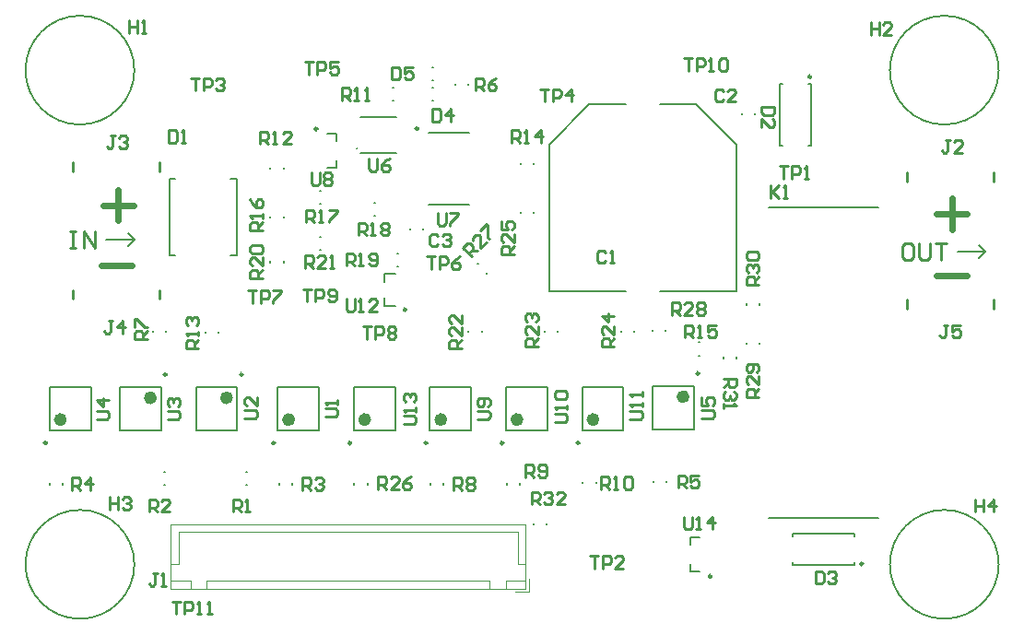
<source format=gbr>
%TF.GenerationSoftware,Altium Limited,Altium Designer,21.0.9 (235)*%
G04 Layer_Color=65535*
%FSLAX45Y45*%
%MOMM*%
%TF.SameCoordinates,71B597FC-B595-447E-897B-07A554CEBC7C*%
%TF.FilePolarity,Positive*%
%TF.FileFunction,Legend,Top*%
%TF.Part,Single*%
G01*
G75*
%TA.AperFunction,NonConductor*%
%ADD45C,0.25000*%
%ADD46C,0.20000*%
%ADD47C,0.60000*%
%ADD48C,0.25400*%
%ADD49C,0.12000*%
D45*
X7232500Y820000D02*
G03*
X7232500Y820000I-12500J0D01*
G01*
X8147500Y5410000D02*
G03*
X8147500Y5410000I-12500J0D01*
G01*
X8622500Y935000D02*
G03*
X8622500Y935000I-12500J0D01*
G01*
X4537501Y4932500D02*
G03*
X4537501Y4932500I-12500J0D01*
G01*
X3612501Y4930000D02*
G03*
X3612501Y4930000I-12500J0D01*
G01*
X3222500Y2045000D02*
G03*
X3222500Y2045000I-12500J0D01*
G01*
X2925500Y2675000D02*
G03*
X2925500Y2675000I-12500J0D01*
G01*
X2226500D02*
G03*
X2226500Y2675000I-12500J0D01*
G01*
X1125500Y2045000D02*
G03*
X1125500Y2045000I-12500J0D01*
G01*
X7119499Y2685000D02*
G03*
X7119499Y2685000I-12500J0D01*
G01*
X4620500Y2045000D02*
G03*
X4620500Y2045000I-12500J0D01*
G01*
X5319499D02*
G03*
X5319499Y2045000I-12500J0D01*
G01*
X6018499D02*
G03*
X6018499Y2045000I-12500J0D01*
G01*
X4427500Y3270000D02*
G03*
X4427500Y3270000I-12500J0D01*
G01*
X3921500Y2045000D02*
G03*
X3921500Y2045000I-12500J0D01*
G01*
D46*
X1930000Y5470000D02*
G03*
X1930000Y5470000I-500000J0D01*
G01*
X9870000D02*
G03*
X9870000Y5470000I-500000J0D01*
G01*
X1930000Y930000D02*
G03*
X1930000Y930000I-500000J0D01*
G01*
X9870000D02*
G03*
X9870000Y930000I-500000J0D01*
G01*
X3974050Y4752575D02*
G03*
X3974050Y4752575I-2700J0D01*
G01*
X1930000Y930000D02*
G03*
X1930000Y930000I-500000J0D01*
G01*
X9870000D02*
G03*
X9870000Y930000I-500000J0D01*
G01*
Y5470000D02*
G03*
X9870000Y5470000I-500000J0D01*
G01*
X1930000D02*
G03*
X1930000Y5470000I-500000J0D01*
G01*
X5720000Y1295000D02*
Y1305000D01*
X5600000Y1295000D02*
Y1305000D01*
X7035000Y1110000D02*
Y1175000D01*
Y865000D02*
Y930000D01*
Y865000D02*
X7120000D01*
X7035000Y1175000D02*
X7120000D01*
X5740000Y3435000D02*
Y4787500D01*
Y3435000D02*
X6445000D01*
X6755000D02*
X7460000D01*
Y4787500D01*
X6107500Y5155000D02*
X6445000D01*
X5740000Y4787500D02*
X6107500Y5155000D01*
X7092500D02*
X7460000Y4787500D01*
X6755000Y5155000D02*
X7092500D01*
X7630000Y5065000D02*
Y5075000D01*
X7510000Y5065000D02*
Y5075000D01*
X4460000Y4005000D02*
Y4015000D01*
X4580000Y4005000D02*
Y4015000D01*
X2250000Y3770000D02*
Y4470000D01*
Y3770000D02*
X2305000D01*
X2250000Y4470000D02*
X2305000D01*
X2815000Y3770000D02*
X2870000D01*
Y4470000D01*
X2815000D02*
X2870000D01*
X8145000Y4775000D02*
Y5345000D01*
X8120000D02*
X8145000D01*
X8120000Y4775000D02*
X8145000D01*
X7855000Y5345000D02*
X7880000D01*
X7855000Y4775000D02*
Y5345000D01*
Y4775000D02*
X7880000D01*
X7975000Y925000D02*
Y950000D01*
Y925000D02*
X8545000D01*
X7975000Y1190000D02*
Y1215000D01*
X8545000D01*
Y925000D02*
Y950000D01*
Y1190000D02*
Y1215000D01*
X7761000Y1360000D02*
X8761000D01*
X7761000Y4210000D02*
X8761000D01*
X3180000Y4565000D02*
Y4575000D01*
X3300000Y4565000D02*
Y4575000D01*
X5480000Y4605000D02*
Y4615000D01*
X5600000Y4605000D02*
Y4615000D01*
X3180000Y4115000D02*
Y4125000D01*
X3300000Y4115000D02*
Y4125000D01*
X3635000Y4240000D02*
X3645000D01*
X3635000Y4360000D02*
X3645000D01*
X4135000Y4130000D02*
X4145000D01*
X4135000Y4250000D02*
X4145000D01*
X4345000Y3790000D02*
X4355000D01*
X4345000Y3670000D02*
X4355000D01*
X3180000Y3705000D02*
Y3715000D01*
X3300000Y3705000D02*
Y3715000D01*
X3635000Y3820000D02*
X3645000D01*
X3635000Y3940000D02*
X3645000D01*
X5480000Y4155000D02*
Y4165000D01*
X5600000Y4155000D02*
Y4165000D01*
X4005100Y4705074D02*
X4335100D01*
X4005100Y5035074D02*
X4335100D01*
X4635001Y4232501D02*
X5005001D01*
X4635001Y4892501D02*
X5005001D01*
X3700001Y4575000D02*
X3785001D01*
Y4640000D01*
X3700001Y4885000D02*
X3785001D01*
Y4820000D02*
Y4885000D01*
X6810000Y3075000D02*
Y3085000D01*
X6690000Y3075000D02*
Y3085000D01*
X9490000Y3800000D02*
X9750000D01*
X9690000Y3860000D02*
X9750000Y3800000D01*
X9690000Y3740000D02*
X9750000Y3800000D01*
X1870000Y3850000D02*
X1930000Y3910000D01*
X1870000Y3970000D02*
X1930000Y3910000D01*
X1670000D02*
X1930000D01*
X7550000Y3315000D02*
Y3325000D01*
X7670000Y3315000D02*
Y3325000D01*
X7550000Y2955000D02*
Y2965000D01*
X7670000Y2955000D02*
Y2965000D01*
X7340000Y2825000D02*
Y2835000D01*
X7460000Y2825000D02*
Y2835000D01*
X5168891Y3604038D02*
X5175962Y3611109D01*
X5084038Y3688891D02*
X5091109Y3695962D01*
X4665000Y5310000D02*
X4675000D01*
X4665000Y5190000D02*
X4675000D01*
X4665000Y5500000D02*
X4675000D01*
X4665000Y5380000D02*
X4675000D01*
X2955000Y1780000D02*
X2965000D01*
X2955000Y1660000D02*
X2965000D01*
X2205000Y1780000D02*
X2215000D01*
X2205000Y1660000D02*
X2215000D01*
X3260000Y1665000D02*
Y1675000D01*
X3380000Y1665000D02*
Y1675000D01*
X1150000Y1665000D02*
Y1675000D01*
X1270001Y1665000D02*
Y1675000D01*
X6700000Y1685000D02*
Y1695000D01*
X6820000Y1685000D02*
Y1695000D01*
X5000000Y5335000D02*
Y5345000D01*
X4880000Y5335000D02*
Y5345000D01*
X2100000Y3065000D02*
Y3075000D01*
X2220000Y3065000D02*
Y3075000D01*
X4650000Y1665000D02*
Y1675000D01*
X4770000Y1665000D02*
Y1675000D01*
X5350000Y1665000D02*
Y1675000D01*
X5470000Y1665000D02*
Y1675000D01*
X6050000D02*
Y1685000D01*
X6170000Y1675000D02*
Y1685000D01*
X4305000Y5310000D02*
X4315000D01*
X4305000Y5190000D02*
X4315000D01*
X2580000Y3055000D02*
Y3065000D01*
X2700000Y3055000D02*
Y3065000D01*
X7115000Y2970000D02*
X7125000D01*
X7115000Y2850000D02*
X7125000D01*
X5000000Y3065000D02*
Y3075000D01*
X5120000Y3065000D02*
Y3075000D01*
X5700001Y3065000D02*
Y3075000D01*
X5820001Y3065000D02*
Y3075000D01*
X6400000Y3065000D02*
Y3075000D01*
X6520000Y3065000D02*
Y3075000D01*
X3950000Y1665000D02*
Y1675000D01*
X4070000Y1665000D02*
Y1675000D01*
X3627000Y2160000D02*
Y2560000D01*
X3247000Y2160000D02*
Y2560000D01*
X3627000D01*
X3247000Y2160000D02*
X3627000D01*
X2496000Y2160000D02*
Y2560000D01*
X2875999Y2160000D02*
Y2560000D01*
X2496000Y2160000D02*
X2875999D01*
X2496000Y2560000D02*
X2875999D01*
X2176999Y2160000D02*
Y2560000D01*
X1797000D02*
X2176999D01*
X1797000Y2160000D02*
X2176999D01*
X1797000D02*
Y2560000D01*
X1530000Y2160000D02*
Y2560000D01*
X1150000D02*
X1530000D01*
X1150000Y2160000D02*
X1530000D01*
X1150000D02*
Y2560000D01*
X6689999Y2170000D02*
Y2570000D01*
X7069999Y2170000D02*
Y2570000D01*
X6689999Y2170000D02*
X7069999D01*
X6689999Y2570000D02*
X7069999D01*
X5024999Y2160000D02*
Y2560000D01*
X4645000Y2160000D02*
Y2560000D01*
X5024999D01*
X4645000Y2160000D02*
X5024999D01*
X5723999D02*
Y2560000D01*
X5343999D02*
X5723999D01*
X5343999Y2160000D02*
X5723999D01*
X5343999D02*
Y2560000D01*
X6422999Y2160000D02*
Y2560000D01*
X6042999Y2160000D02*
Y2560000D01*
X6422999D01*
X6042999Y2160000D02*
X6422999D01*
X4230000Y3600000D02*
X4330000D01*
X4230000Y3520000D02*
Y3600000D01*
Y3300000D02*
X4330000D01*
X4230000D02*
Y3380000D01*
X4325999Y2160000D02*
Y2560000D01*
X3946000D02*
X4325999D01*
X3946000Y2160000D02*
X4325999D01*
X3946000D02*
Y2560000D01*
D47*
X3377000Y2260000D02*
G03*
X3377000Y2260000I-30000J0D01*
G01*
X2805999Y2460000D02*
G03*
X2805999Y2460000I-30000J0D01*
G01*
X2107000D02*
G03*
X2107000Y2460000I-30000J0D01*
G01*
X1280000Y2260000D02*
G03*
X1280000Y2260000I-30000J0D01*
G01*
X6999999Y2470000D02*
G03*
X6999999Y2470000I-30000J0D01*
G01*
X4774999Y2260000D02*
G03*
X4774999Y2260000I-30000J0D01*
G01*
X5473999D02*
G03*
X5473999Y2260000I-30000J0D01*
G01*
X6172999D02*
G03*
X6172999Y2260000I-30000J0D01*
G01*
X4075999D02*
G03*
X4075999Y2260000I-30000J0D01*
G01*
X9440000Y4010000D02*
Y4290000D01*
X9300000Y4150000D02*
X9580000D01*
X1640000Y4230000D02*
X1920000D01*
X1780000Y4090000D02*
Y4370000D01*
X1630000Y3680000D02*
X1910000D01*
X9300000Y3580000D02*
X9580000D01*
D48*
X9822000Y4448484D02*
Y4531484D01*
X9030000Y4448484D02*
Y4531484D01*
X1368001Y4538500D02*
Y4621500D01*
X2160001Y4538500D02*
Y4621500D01*
X1368001Y3368500D02*
Y3451500D01*
X2160001Y3368500D02*
Y3451500D01*
X9822000Y3278484D02*
Y3361484D01*
X9030000Y3278484D02*
Y3361484D01*
X6117649Y1007132D02*
X6193825D01*
X6155737D01*
Y892868D01*
X6231912D02*
Y1007132D01*
X6289044D01*
X6308088Y988088D01*
Y950000D01*
X6289044Y930956D01*
X6231912D01*
X6422351Y892868D02*
X6346176D01*
X6422351Y969044D01*
Y988088D01*
X6403307Y1007132D01*
X6365219D01*
X6346176Y988088D01*
X5577649Y1482869D02*
Y1597132D01*
X5634781D01*
X5653825Y1578088D01*
Y1540000D01*
X5634781Y1520956D01*
X5577649D01*
X5615737D02*
X5653825Y1482869D01*
X5691912Y1578088D02*
X5710956Y1597132D01*
X5749044D01*
X5768088Y1578088D01*
Y1559044D01*
X5749044Y1540000D01*
X5730000D01*
X5749044D01*
X5768088Y1520956D01*
Y1501912D01*
X5749044Y1482869D01*
X5710956D01*
X5691912Y1501912D01*
X5882351Y1482869D02*
X5806176D01*
X5882351Y1559044D01*
Y1578088D01*
X5863307Y1597132D01*
X5825219D01*
X5806176Y1578088D01*
X9061575Y3877751D02*
X9010792D01*
X8985400Y3852359D01*
Y3750792D01*
X9010792Y3725400D01*
X9061575D01*
X9086967Y3750792D01*
Y3852359D01*
X9061575Y3877751D01*
X9137751D02*
Y3750792D01*
X9163143Y3725400D01*
X9213926D01*
X9239318Y3750792D01*
Y3877751D01*
X9290102D02*
X9391669D01*
X9340885D01*
Y3725400D01*
X1335400Y3987751D02*
X1386183D01*
X1360792D01*
Y3835400D01*
X1335400D01*
X1386183D01*
X1462359D02*
Y3987751D01*
X1563926Y3835400D01*
Y3987751D01*
X6977171Y1367132D02*
Y1271913D01*
X6996215Y1252869D01*
X7034303D01*
X7053347Y1271913D01*
Y1367132D01*
X7091434Y1252869D02*
X7129522D01*
X7110478D01*
Y1367132D01*
X7091434Y1348088D01*
X7243785Y1252869D02*
Y1367132D01*
X7186654Y1310000D01*
X7262829D01*
X7342868Y2633307D02*
X7457131D01*
Y2576175D01*
X7438087Y2557131D01*
X7400000D01*
X7380956Y2576175D01*
Y2633307D01*
Y2595219D02*
X7342868Y2557131D01*
X7438087Y2519043D02*
X7457131Y2500000D01*
Y2461912D01*
X7438087Y2442868D01*
X7419044D01*
X7400000Y2461912D01*
Y2480956D01*
Y2461912D01*
X7380956Y2442868D01*
X7361912D01*
X7342868Y2461912D01*
Y2500000D01*
X7361912Y2519043D01*
X7342868Y2404780D02*
Y2366692D01*
Y2385736D01*
X7457131D01*
X7438087Y2404780D01*
X7667131Y3497649D02*
X7552868D01*
Y3554781D01*
X7571912Y3573825D01*
X7610000D01*
X7629044Y3554781D01*
Y3497649D01*
Y3535737D02*
X7667131Y3573825D01*
X7571912Y3611913D02*
X7552868Y3630956D01*
Y3669044D01*
X7571912Y3688088D01*
X7590956D01*
X7610000Y3669044D01*
Y3650000D01*
Y3669044D01*
X7629044Y3688088D01*
X7648088D01*
X7667131Y3669044D01*
Y3630956D01*
X7648088Y3611913D01*
X7571912Y3726176D02*
X7552868Y3745220D01*
Y3783307D01*
X7571912Y3802351D01*
X7648088D01*
X7667131Y3783307D01*
Y3745220D01*
X7648088Y3726176D01*
X7571912D01*
X7667131Y2467649D02*
X7552868D01*
Y2524781D01*
X7571912Y2543825D01*
X7610000D01*
X7629044Y2524781D01*
Y2467649D01*
Y2505737D02*
X7667131Y2543825D01*
Y2658088D02*
Y2581913D01*
X7590956Y2658088D01*
X7571912D01*
X7552868Y2639044D01*
Y2600956D01*
X7571912Y2581913D01*
X7648088Y2696176D02*
X7667131Y2715220D01*
Y2753307D01*
X7648088Y2772351D01*
X7571912D01*
X7552868Y2753307D01*
Y2715220D01*
X7571912Y2696176D01*
X7590956D01*
X7610000Y2715220D01*
Y2772351D01*
X6867649Y3222869D02*
Y3337132D01*
X6924781D01*
X6943825Y3318088D01*
Y3280000D01*
X6924781Y3260956D01*
X6867649D01*
X6905737D02*
X6943825Y3222869D01*
X7058088D02*
X6981912D01*
X7058088Y3299044D01*
Y3318088D01*
X7039044Y3337132D01*
X7000956D01*
X6981912Y3318088D01*
X7096176D02*
X7115219Y3337132D01*
X7153307D01*
X7172351Y3318088D01*
Y3299044D01*
X7153307Y3280000D01*
X7172351Y3260956D01*
Y3241912D01*
X7153307Y3222869D01*
X7115219D01*
X7096176Y3241912D01*
Y3260956D01*
X7115219Y3280000D01*
X7096176Y3299044D01*
Y3318088D01*
X7115219Y3280000D02*
X7153307D01*
X5027670Y3756874D02*
X4946874Y3837670D01*
X4987272Y3878068D01*
X5014204D01*
X5041136Y3851136D01*
X5041136Y3824204D01*
X5000738Y3783806D01*
X5027670Y3810738D02*
X5081534Y3810738D01*
X5162330Y3891534D02*
X5108466Y3837670D01*
Y3945398D01*
X5095000Y3958864D01*
X5068068D01*
X5041136Y3931932D01*
Y3905000D01*
X5108466Y3999263D02*
X5162330Y4053127D01*
X5175796Y4039660D01*
Y3931932D01*
X5189262Y3918466D01*
X2279083Y587132D02*
X2355259D01*
X2317171D01*
Y472868D01*
X2393346D02*
Y587132D01*
X2450478D01*
X2469522Y568088D01*
Y530000D01*
X2450478Y510956D01*
X2393346D01*
X2507610Y472868D02*
X2545697D01*
X2526654D01*
Y587132D01*
X2507610Y568088D01*
X2602829Y472868D02*
X2640917D01*
X2621873D01*
Y587132D01*
X2602829Y568088D01*
X6260000Y3793088D02*
X6240956Y3812132D01*
X6202868D01*
X6183824Y3793088D01*
Y3716912D01*
X6202868Y3697868D01*
X6240956D01*
X6260000Y3716912D01*
X6298087Y3697868D02*
X6336175D01*
X6317131D01*
Y3812132D01*
X6298087Y3793088D01*
X7340956Y5278088D02*
X7321912Y5297132D01*
X7283825D01*
X7264781Y5278088D01*
Y5201912D01*
X7283825Y5182868D01*
X7321912D01*
X7340956Y5201912D01*
X7455219Y5182868D02*
X7379044D01*
X7455219Y5259044D01*
Y5278088D01*
X7436175Y5297132D01*
X7398088D01*
X7379044Y5278088D01*
X4720957Y3948088D02*
X4701913Y3967132D01*
X4663825D01*
X4644781Y3948088D01*
Y3871912D01*
X4663825Y3852869D01*
X4701913D01*
X4720957Y3871912D01*
X4759044Y3948088D02*
X4778088Y3967132D01*
X4816176D01*
X4835220Y3948088D01*
Y3929044D01*
X4816176Y3910000D01*
X4797132D01*
X4816176D01*
X4835220Y3890956D01*
Y3871912D01*
X4816176Y3852869D01*
X4778088D01*
X4759044Y3871912D01*
X2247960Y4920303D02*
Y4806040D01*
X2305092D01*
X2324136Y4825084D01*
Y4901259D01*
X2305092Y4920303D01*
X2247960D01*
X2362224Y4806040D02*
X2400311D01*
X2381268D01*
Y4920303D01*
X2362224Y4901259D01*
X7807131Y5135219D02*
X7692868D01*
Y5078088D01*
X7711912Y5059044D01*
X7788088D01*
X7807131Y5078088D01*
Y5135219D01*
X7692868Y4944781D02*
Y5020956D01*
X7769044Y4944781D01*
X7788088D01*
X7807131Y4963824D01*
Y5001912D01*
X7788088Y5020956D01*
X8184781Y867132D02*
Y752868D01*
X8241912D01*
X8260956Y771912D01*
Y848088D01*
X8241912Y867132D01*
X8184781D01*
X8299044Y848088D02*
X8318088Y867132D01*
X8356175D01*
X8375219Y848088D01*
Y829044D01*
X8356175Y810000D01*
X8337132D01*
X8356175D01*
X8375219Y790956D01*
Y771912D01*
X8356175Y752868D01*
X8318088D01*
X8299044Y771912D01*
X4667281Y5114632D02*
Y5000369D01*
X4724412D01*
X4743456Y5019413D01*
Y5095588D01*
X4724412Y5114632D01*
X4667281D01*
X4838675Y5000369D02*
Y5114632D01*
X4781544Y5057500D01*
X4857719D01*
X4294781Y5497132D02*
Y5382869D01*
X4351912D01*
X4370956Y5401912D01*
Y5478088D01*
X4351912Y5497132D01*
X4294781D01*
X4485219D02*
X4409044D01*
Y5440000D01*
X4447132Y5459044D01*
X4466175D01*
X4485219Y5440000D01*
Y5401912D01*
X4466175Y5382869D01*
X4428088D01*
X4409044Y5401912D01*
X1883825Y5927132D02*
Y5812868D01*
Y5870000D01*
X1960000D01*
Y5927132D01*
Y5812868D01*
X1998088D02*
X2036176D01*
X2017132D01*
Y5927132D01*
X1998088Y5908088D01*
X8694781Y5907132D02*
Y5792869D01*
Y5850000D01*
X8770956D01*
Y5907132D01*
Y5792869D01*
X8885219D02*
X8809044D01*
X8885219Y5869044D01*
Y5888088D01*
X8866175Y5907132D01*
X8828088D01*
X8809044Y5888088D01*
X1704781Y1547132D02*
Y1432869D01*
Y1490000D01*
X1780956D01*
Y1547132D01*
Y1432869D01*
X1819044Y1528088D02*
X1838088Y1547132D01*
X1876175D01*
X1895219Y1528088D01*
Y1509044D01*
X1876175Y1490000D01*
X1857132D01*
X1876175D01*
X1895219Y1470956D01*
Y1451913D01*
X1876175Y1432869D01*
X1838088D01*
X1819044Y1451913D01*
X9654781Y1527132D02*
Y1412869D01*
Y1470000D01*
X9730956D01*
Y1527132D01*
Y1412869D01*
X9826175D02*
Y1527132D01*
X9769044Y1470000D01*
X9845219D01*
X2140000Y847132D02*
X2101912D01*
X2120956D01*
Y751912D01*
X2101912Y732868D01*
X2082869D01*
X2063825Y751912D01*
X2178088Y732868D02*
X2216176D01*
X2197132D01*
Y847132D01*
X2178088Y828088D01*
X9420956Y4827132D02*
X9382868D01*
X9401912D01*
Y4731913D01*
X9382868Y4712869D01*
X9363825D01*
X9344781Y4731913D01*
X9535219Y4712869D02*
X9459044D01*
X9535219Y4789044D01*
Y4808088D01*
X9516175Y4827132D01*
X9478088D01*
X9459044Y4808088D01*
X1750956Y4867132D02*
X1712869D01*
X1731912D01*
Y4771912D01*
X1712869Y4752869D01*
X1693825D01*
X1674781Y4771912D01*
X1789044Y4848088D02*
X1808088Y4867132D01*
X1846175D01*
X1865219Y4848088D01*
Y4829044D01*
X1846175Y4810000D01*
X1827132D01*
X1846175D01*
X1865219Y4790956D01*
Y4771912D01*
X1846175Y4752869D01*
X1808088D01*
X1789044Y4771912D01*
X1730956Y3167132D02*
X1692869D01*
X1711912D01*
Y3071913D01*
X1692869Y3052869D01*
X1673825D01*
X1654781Y3071913D01*
X1826175Y3052869D02*
Y3167132D01*
X1769044Y3110000D01*
X1845219D01*
X9402956Y3127115D02*
X9364868D01*
X9383912D01*
Y3031896D01*
X9364868Y3012852D01*
X9345825D01*
X9326781Y3031896D01*
X9517219Y3127115D02*
X9441044D01*
Y3069984D01*
X9479132Y3089028D01*
X9498175D01*
X9517219Y3069984D01*
Y3031896D01*
X9498175Y3012852D01*
X9460088D01*
X9441044Y3031896D01*
X7776100Y4410623D02*
Y4296360D01*
Y4334448D01*
X7852276Y4410623D01*
X7795144Y4353492D01*
X7852276Y4296360D01*
X7890363D02*
X7928451D01*
X7909407D01*
Y4410623D01*
X7890363Y4391579D01*
X2833825Y1412869D02*
Y1527132D01*
X2890957D01*
X2910001Y1508088D01*
Y1470000D01*
X2890957Y1450956D01*
X2833825D01*
X2871913D02*
X2910001Y1412869D01*
X2948088D02*
X2986176D01*
X2967132D01*
Y1527132D01*
X2948088Y1508088D01*
X2064781Y1412868D02*
Y1527132D01*
X2121912D01*
X2140956Y1508088D01*
Y1470000D01*
X2121912Y1450956D01*
X2064781D01*
X2102869D02*
X2140956Y1412868D01*
X2255220D02*
X2179044D01*
X2255220Y1489044D01*
Y1508088D01*
X2236176Y1527132D01*
X2198088D01*
X2179044Y1508088D01*
X3474781Y1612869D02*
Y1727132D01*
X3531912D01*
X3550956Y1708088D01*
Y1670000D01*
X3531912Y1650957D01*
X3474781D01*
X3512869D02*
X3550956Y1612869D01*
X3589044Y1708088D02*
X3608088Y1727132D01*
X3646175D01*
X3665219Y1708088D01*
Y1689044D01*
X3646175Y1670000D01*
X3627132D01*
X3646175D01*
X3665219Y1650957D01*
Y1631913D01*
X3646175Y1612869D01*
X3608088D01*
X3589044Y1631913D01*
X1356622Y1612869D02*
Y1727132D01*
X1413753D01*
X1432797Y1708088D01*
Y1670000D01*
X1413753Y1650956D01*
X1356622D01*
X1394709D02*
X1432797Y1612869D01*
X1528016D02*
Y1727132D01*
X1470885Y1670000D01*
X1547060D01*
X6924781Y1632868D02*
Y1747132D01*
X6981912D01*
X7000956Y1728088D01*
Y1690000D01*
X6981912Y1670956D01*
X6924781D01*
X6962868D02*
X7000956Y1632868D01*
X7115219Y1747132D02*
X7039044D01*
Y1690000D01*
X7077132Y1709044D01*
X7096175D01*
X7115219Y1690000D01*
Y1651912D01*
X7096175Y1632868D01*
X7058088D01*
X7039044Y1651912D01*
X5064781Y5282869D02*
Y5397132D01*
X5121912D01*
X5140956Y5378088D01*
Y5340000D01*
X5121912Y5320956D01*
X5064781D01*
X5102869D02*
X5140956Y5282869D01*
X5255219Y5397132D02*
X5217132Y5378088D01*
X5179044Y5340000D01*
Y5301912D01*
X5198088Y5282869D01*
X5236175D01*
X5255219Y5301912D01*
Y5320956D01*
X5236175Y5340000D01*
X5179044D01*
X2047132Y2994781D02*
X1932868D01*
Y3051912D01*
X1951912Y3070956D01*
X1990000D01*
X2009044Y3051912D01*
Y2994781D01*
Y3032868D02*
X2047132Y3070956D01*
X1932868Y3109044D02*
Y3185219D01*
X1951912D01*
X2028088Y3109044D01*
X2047132D01*
X4864781Y1612869D02*
Y1727132D01*
X4921912D01*
X4940956Y1708088D01*
Y1670000D01*
X4921912Y1650956D01*
X4864781D01*
X4902869D02*
X4940956Y1612869D01*
X4979044Y1708088D02*
X4998088Y1727132D01*
X5036175D01*
X5055219Y1708088D01*
Y1689044D01*
X5036175Y1670000D01*
X5055219Y1650956D01*
Y1631912D01*
X5036175Y1612869D01*
X4998088D01*
X4979044Y1631912D01*
Y1650956D01*
X4998088Y1670000D01*
X4979044Y1689044D01*
Y1708088D01*
X4998088Y1670000D02*
X5036175D01*
X5524781Y1732869D02*
Y1847132D01*
X5581912D01*
X5600956Y1828088D01*
Y1790000D01*
X5581912Y1770956D01*
X5524781D01*
X5562868D02*
X5600956Y1732869D01*
X5639044Y1751912D02*
X5658088Y1732869D01*
X5696175D01*
X5715219Y1751912D01*
Y1828088D01*
X5696175Y1847132D01*
X5658088D01*
X5639044Y1828088D01*
Y1809044D01*
X5658088Y1790000D01*
X5715219D01*
X6217171Y1622869D02*
Y1737132D01*
X6274303D01*
X6293347Y1718088D01*
Y1680000D01*
X6274303Y1660957D01*
X6217171D01*
X6255259D02*
X6293347Y1622869D01*
X6331434D02*
X6369522D01*
X6350478D01*
Y1737132D01*
X6331434Y1718088D01*
X6426654D02*
X6445698Y1737132D01*
X6483785D01*
X6502829Y1718088D01*
Y1641913D01*
X6483785Y1622869D01*
X6445698D01*
X6426654Y1641913D01*
Y1718088D01*
X3836215Y5192868D02*
Y5307132D01*
X3893347D01*
X3912390Y5288088D01*
Y5250000D01*
X3893347Y5230956D01*
X3836215D01*
X3874303D02*
X3912390Y5192868D01*
X3950478D02*
X3988566D01*
X3969522D01*
Y5307132D01*
X3950478Y5288088D01*
X4045698Y5192868D02*
X4083785D01*
X4064741D01*
Y5307132D01*
X4045698Y5288088D01*
X3087172Y4792869D02*
Y4907132D01*
X3144303D01*
X3163347Y4888088D01*
Y4850000D01*
X3144303Y4830957D01*
X3087172D01*
X3125259D02*
X3163347Y4792869D01*
X3201435D02*
X3239523D01*
X3220479D01*
Y4907132D01*
X3201435Y4888088D01*
X3372829Y4792869D02*
X3296654D01*
X3372829Y4869044D01*
Y4888088D01*
X3353786Y4907132D01*
X3315698D01*
X3296654Y4888088D01*
X2517131Y2917171D02*
X2402868D01*
Y2974303D01*
X2421912Y2993347D01*
X2460000D01*
X2479044Y2974303D01*
Y2917171D01*
Y2955259D02*
X2517131Y2993347D01*
Y3031434D02*
Y3069522D01*
Y3050478D01*
X2402868D01*
X2421912Y3031434D01*
Y3126654D02*
X2402868Y3145698D01*
Y3183785D01*
X2421912Y3202829D01*
X2440956D01*
X2460000Y3183785D01*
Y3164741D01*
Y3183785D01*
X2479044Y3202829D01*
X2498087D01*
X2517131Y3183785D01*
Y3145698D01*
X2498087Y3126654D01*
X5397171Y4802868D02*
Y4917132D01*
X5454303D01*
X5473347Y4898088D01*
Y4860000D01*
X5454303Y4840956D01*
X5397171D01*
X5435259D02*
X5473347Y4802868D01*
X5511434D02*
X5549522D01*
X5530478D01*
Y4917132D01*
X5511434Y4898088D01*
X5663785Y4802868D02*
Y4917132D01*
X5606654Y4860000D01*
X5682829D01*
X6987171Y3012868D02*
Y3127132D01*
X7044303D01*
X7063347Y3108088D01*
Y3070000D01*
X7044303Y3050956D01*
X6987171D01*
X7025259D02*
X7063347Y3012868D01*
X7101434D02*
X7139522D01*
X7120478D01*
Y3127132D01*
X7101434Y3108088D01*
X7272829Y3127132D02*
X7196654D01*
Y3070000D01*
X7234741Y3089044D01*
X7253785D01*
X7272829Y3070000D01*
Y3031912D01*
X7253785Y3012868D01*
X7215698D01*
X7196654Y3031912D01*
X3107132Y3997171D02*
X2992869D01*
Y4054303D01*
X3011913Y4073347D01*
X3050001D01*
X3069044Y4054303D01*
Y3997171D01*
Y4035259D02*
X3107132Y4073347D01*
Y4111435D02*
Y4149522D01*
Y4130478D01*
X2992869D01*
X3011913Y4111435D01*
X2992869Y4282829D02*
X3011913Y4244742D01*
X3050001Y4206654D01*
X3088088D01*
X3107132Y4225698D01*
Y4263785D01*
X3088088Y4282829D01*
X3069044D01*
X3050001Y4263785D01*
Y4206654D01*
X3507171Y4072869D02*
Y4187132D01*
X3564303D01*
X3583347Y4168088D01*
Y4130000D01*
X3564303Y4110956D01*
X3507171D01*
X3545259D02*
X3583347Y4072869D01*
X3621434D02*
X3659522D01*
X3640478D01*
Y4187132D01*
X3621434Y4168088D01*
X3716654Y4187132D02*
X3792829D01*
Y4168088D01*
X3716654Y4091913D01*
Y4072869D01*
X3987171Y3952868D02*
Y4067132D01*
X4044303D01*
X4063347Y4048088D01*
Y4010000D01*
X4044303Y3990956D01*
X3987171D01*
X4025259D02*
X4063347Y3952868D01*
X4101435D02*
X4139522D01*
X4120478D01*
Y4067132D01*
X4101435Y4048088D01*
X4196654D02*
X4215698Y4067132D01*
X4253785D01*
X4272829Y4048088D01*
Y4029044D01*
X4253785Y4010000D01*
X4272829Y3990956D01*
Y3971912D01*
X4253785Y3952868D01*
X4215698D01*
X4196654Y3971912D01*
Y3990956D01*
X4215698Y4010000D01*
X4196654Y4029044D01*
Y4048088D01*
X4215698Y4010000D02*
X4253785D01*
X3877171Y3672868D02*
Y3787132D01*
X3934303D01*
X3953347Y3768088D01*
Y3730000D01*
X3934303Y3710956D01*
X3877171D01*
X3915259D02*
X3953347Y3672868D01*
X3991434D02*
X4029522D01*
X4010478D01*
Y3787132D01*
X3991434Y3768088D01*
X4086654Y3691912D02*
X4105698Y3672868D01*
X4143785D01*
X4162829Y3691912D01*
Y3768088D01*
X4143785Y3787132D01*
X4105698D01*
X4086654Y3768088D01*
Y3749044D01*
X4105698Y3730000D01*
X4162829D01*
X3107132Y3557649D02*
X2992869D01*
Y3614781D01*
X3011913Y3633825D01*
X3050001D01*
X3069044Y3614781D01*
Y3557649D01*
Y3595737D02*
X3107132Y3633825D01*
Y3748088D02*
Y3671913D01*
X3030957Y3748088D01*
X3011913D01*
X2992869Y3729044D01*
Y3690957D01*
X3011913Y3671913D01*
Y3786176D02*
X2992869Y3805220D01*
Y3843307D01*
X3011913Y3862351D01*
X3088088D01*
X3107132Y3843307D01*
Y3805220D01*
X3088088Y3786176D01*
X3011913D01*
X3496693Y3652868D02*
Y3767132D01*
X3553824D01*
X3572868Y3748088D01*
Y3710000D01*
X3553824Y3690956D01*
X3496693D01*
X3534781D02*
X3572868Y3652868D01*
X3687132D02*
X3610956D01*
X3687132Y3729044D01*
Y3748088D01*
X3668088Y3767132D01*
X3630000D01*
X3610956Y3748088D01*
X3725219Y3652868D02*
X3763307D01*
X3744263D01*
Y3767132D01*
X3725219Y3748088D01*
X4937131Y2917649D02*
X4822868D01*
Y2974781D01*
X4841912Y2993825D01*
X4880000D01*
X4899044Y2974781D01*
Y2917649D01*
Y2955737D02*
X4937131Y2993825D01*
Y3108088D02*
Y3031912D01*
X4860956Y3108088D01*
X4841912D01*
X4822868Y3089044D01*
Y3050956D01*
X4841912Y3031912D01*
X4937131Y3222351D02*
Y3146176D01*
X4860956Y3222351D01*
X4841912D01*
X4822868Y3203307D01*
Y3165219D01*
X4841912Y3146176D01*
X5637131Y2927649D02*
X5522868D01*
Y2984781D01*
X5541912Y3003825D01*
X5580000D01*
X5599044Y2984781D01*
Y2927649D01*
Y2965737D02*
X5637131Y3003825D01*
Y3118088D02*
Y3041912D01*
X5560956Y3118088D01*
X5541912D01*
X5522868Y3099044D01*
Y3060956D01*
X5541912Y3041912D01*
Y3156176D02*
X5522868Y3175219D01*
Y3213307D01*
X5541912Y3232351D01*
X5560956D01*
X5580000Y3213307D01*
Y3194263D01*
Y3213307D01*
X5599044Y3232351D01*
X5618088D01*
X5637131Y3213307D01*
Y3175219D01*
X5618088Y3156176D01*
X6337131Y2927649D02*
X6222868D01*
Y2984781D01*
X6241912Y3003825D01*
X6280000D01*
X6299044Y2984781D01*
Y2927649D01*
Y2965737D02*
X6337131Y3003825D01*
Y3118088D02*
Y3041912D01*
X6260956Y3118088D01*
X6241912D01*
X6222868Y3099044D01*
Y3060956D01*
X6241912Y3041912D01*
X6337131Y3213307D02*
X6222868D01*
X6280000Y3156176D01*
Y3232351D01*
X5417132Y3777650D02*
X5302869D01*
Y3834781D01*
X5321913Y3853825D01*
X5360000D01*
X5379044Y3834781D01*
Y3777650D01*
Y3815737D02*
X5417132Y3853825D01*
Y3968088D02*
Y3891913D01*
X5340957Y3968088D01*
X5321913D01*
X5302869Y3949044D01*
Y3910957D01*
X5321913Y3891913D01*
X5302869Y4082351D02*
Y4006176D01*
X5360000D01*
X5340957Y4044264D01*
Y4063307D01*
X5360000Y4082351D01*
X5398088D01*
X5417132Y4063307D01*
Y4025220D01*
X5398088Y4006176D01*
X4167649Y1622868D02*
Y1737132D01*
X4224781D01*
X4243825Y1718088D01*
Y1680000D01*
X4224781Y1660956D01*
X4167649D01*
X4205737D02*
X4243825Y1622868D01*
X4358088D02*
X4281912D01*
X4358088Y1699044D01*
Y1718088D01*
X4339044Y1737132D01*
X4300956D01*
X4281912Y1718088D01*
X4472351Y1737132D02*
X4434263Y1718088D01*
X4396176Y1680000D01*
Y1641912D01*
X4415220Y1622868D01*
X4453307D01*
X4472351Y1641912D01*
Y1660956D01*
X4453307Y1680000D01*
X4396176D01*
X7856693Y4587132D02*
X7932868D01*
X7894781D01*
Y4472869D01*
X7970956D02*
Y4587132D01*
X8028088D01*
X8047131Y4568088D01*
Y4530000D01*
X8028088Y4510956D01*
X7970956D01*
X8085219Y4472869D02*
X8123307D01*
X8104263D01*
Y4587132D01*
X8085219Y4568088D01*
X2449720Y5396143D02*
X2525896D01*
X2487808D01*
Y5281880D01*
X2563983D02*
Y5396143D01*
X2621115D01*
X2640159Y5377099D01*
Y5339012D01*
X2621115Y5319968D01*
X2563983D01*
X2678247Y5377099D02*
X2697291Y5396143D01*
X2735378D01*
X2754422Y5377099D01*
Y5358056D01*
X2735378Y5339012D01*
X2716334D01*
X2735378D01*
X2754422Y5319968D01*
Y5300924D01*
X2735378Y5281880D01*
X2697291D01*
X2678247Y5300924D01*
X5657649Y5297132D02*
X5733825D01*
X5695737D01*
Y5182868D01*
X5771913D02*
Y5297132D01*
X5829044D01*
X5848088Y5278088D01*
Y5240000D01*
X5829044Y5220956D01*
X5771913D01*
X5943307Y5182868D02*
Y5297132D01*
X5886176Y5240000D01*
X5962351D01*
X3497649Y5547132D02*
X3573825D01*
X3535737D01*
Y5432868D01*
X3611913D02*
Y5547132D01*
X3669044D01*
X3688088Y5528088D01*
Y5490000D01*
X3669044Y5470956D01*
X3611913D01*
X3802351Y5547132D02*
X3726176D01*
Y5490000D01*
X3764263Y5509044D01*
X3783307D01*
X3802351Y5490000D01*
Y5451912D01*
X3783307Y5432868D01*
X3745220D01*
X3726176Y5451912D01*
X4617649Y3757132D02*
X4693825D01*
X4655737D01*
Y3642869D01*
X4731913D02*
Y3757132D01*
X4789044D01*
X4808088Y3738088D01*
Y3700000D01*
X4789044Y3680956D01*
X4731913D01*
X4922351Y3757132D02*
X4884264Y3738088D01*
X4846176Y3700000D01*
Y3661912D01*
X4865220Y3642869D01*
X4903307D01*
X4922351Y3661912D01*
Y3680956D01*
X4903307Y3700000D01*
X4846176D01*
X2977649Y3447132D02*
X3053825D01*
X3015737D01*
Y3332869D01*
X3091913D02*
Y3447132D01*
X3149044D01*
X3168088Y3428088D01*
Y3390000D01*
X3149044Y3370956D01*
X3091913D01*
X3206176Y3447132D02*
X3282351D01*
Y3428088D01*
X3206176Y3351913D01*
Y3332869D01*
X4027649Y3117132D02*
X4103825D01*
X4065737D01*
Y3002869D01*
X4141912D02*
Y3117132D01*
X4199044D01*
X4218088Y3098088D01*
Y3060000D01*
X4199044Y3040956D01*
X4141912D01*
X4256176Y3098088D02*
X4275220Y3117132D01*
X4313307D01*
X4332351Y3098088D01*
Y3079044D01*
X4313307Y3060000D01*
X4332351Y3040956D01*
Y3021912D01*
X4313307Y3002869D01*
X4275220D01*
X4256176Y3021912D01*
Y3040956D01*
X4275220Y3060000D01*
X4256176Y3079044D01*
Y3098088D01*
X4275220Y3060000D02*
X4313307D01*
X3477649Y3457132D02*
X3553825D01*
X3515737D01*
Y3342869D01*
X3591913D02*
Y3457132D01*
X3649044D01*
X3668088Y3438088D01*
Y3400000D01*
X3649044Y3380956D01*
X3591913D01*
X3706176Y3361913D02*
X3725220Y3342869D01*
X3763307D01*
X3782351Y3361913D01*
Y3438088D01*
X3763307Y3457132D01*
X3725220D01*
X3706176Y3438088D01*
Y3419044D01*
X3725220Y3400000D01*
X3782351D01*
X6980040Y5577132D02*
X7056215D01*
X7018127D01*
Y5462868D01*
X7094303D02*
Y5577132D01*
X7151434D01*
X7170478Y5558088D01*
Y5520000D01*
X7151434Y5500956D01*
X7094303D01*
X7208566Y5462868D02*
X7246654D01*
X7227610D01*
Y5577132D01*
X7208566Y5558088D01*
X7303785D02*
X7322829Y5577132D01*
X7360917D01*
X7379961Y5558088D01*
Y5481912D01*
X7360917Y5462868D01*
X7322829D01*
X7303785Y5481912D01*
Y5558088D01*
X3682868Y2283825D02*
X3778087D01*
X3797131Y2302869D01*
Y2340956D01*
X3778087Y2360000D01*
X3682868D01*
X3797131Y2398088D02*
Y2436176D01*
Y2417132D01*
X3682868D01*
X3701912Y2398088D01*
X2942868Y2274781D02*
X3038088D01*
X3057132Y2293825D01*
Y2331912D01*
X3038088Y2350956D01*
X2942868D01*
X3057132Y2465219D02*
Y2389044D01*
X2980956Y2465219D01*
X2961912D01*
X2942868Y2446175D01*
Y2408088D01*
X2961912Y2389044D01*
X2232868Y2264781D02*
X2328087D01*
X2347131Y2283825D01*
Y2321913D01*
X2328087Y2340956D01*
X2232868D01*
X2251912Y2379044D02*
X2232868Y2398088D01*
Y2436176D01*
X2251912Y2455220D01*
X2270956D01*
X2290000Y2436176D01*
Y2417132D01*
Y2436176D01*
X2309043Y2455220D01*
X2328087D01*
X2347131Y2436176D01*
Y2398088D01*
X2328087Y2379044D01*
X1582868Y2264781D02*
X1678087D01*
X1697131Y2283825D01*
Y2321913D01*
X1678087Y2340956D01*
X1582868D01*
X1697131Y2436176D02*
X1582868D01*
X1640000Y2379044D01*
Y2455220D01*
X7142868Y2274781D02*
X7238087D01*
X7257131Y2293825D01*
Y2331913D01*
X7238087Y2350956D01*
X7142868D01*
Y2465220D02*
Y2389044D01*
X7200000D01*
X7180956Y2427132D01*
Y2446176D01*
X7200000Y2465220D01*
X7238087D01*
X7257131Y2446176D01*
Y2408088D01*
X7238087Y2389044D01*
X4084781Y4657132D02*
Y4561912D01*
X4103825Y4542868D01*
X4141912D01*
X4160956Y4561912D01*
Y4657132D01*
X4275219D02*
X4237132Y4638088D01*
X4199044Y4600000D01*
Y4561912D01*
X4218088Y4542868D01*
X4256175D01*
X4275219Y4561912D01*
Y4580956D01*
X4256175Y4600000D01*
X4199044D01*
X4714781Y4157132D02*
Y4061913D01*
X4733825Y4042869D01*
X4771913D01*
X4790957Y4061913D01*
Y4157132D01*
X4829044D02*
X4905220D01*
Y4138088D01*
X4829044Y4061913D01*
Y4042869D01*
X3554781Y4527132D02*
Y4431913D01*
X3573825Y4412869D01*
X3611913D01*
X3630957Y4431913D01*
Y4527132D01*
X3669044Y4508088D02*
X3688088Y4527132D01*
X3726176D01*
X3745220Y4508088D01*
Y4489044D01*
X3726176Y4470000D01*
X3745220Y4450957D01*
Y4431913D01*
X3726176Y4412869D01*
X3688088D01*
X3669044Y4431913D01*
Y4450957D01*
X3688088Y4470000D01*
X3669044Y4489044D01*
Y4508088D01*
X3688088Y4470000D02*
X3726176D01*
X5082868Y2264781D02*
X5178087D01*
X5197131Y2283825D01*
Y2321912D01*
X5178087Y2340956D01*
X5082868D01*
X5178087Y2379044D02*
X5197131Y2398088D01*
Y2436175D01*
X5178087Y2455219D01*
X5101912D01*
X5082868Y2436175D01*
Y2398088D01*
X5101912Y2379044D01*
X5120956D01*
X5140000Y2398088D01*
Y2455219D01*
X5792868Y2237171D02*
X5888088D01*
X5907131Y2256215D01*
Y2294303D01*
X5888088Y2313347D01*
X5792868D01*
X5907131Y2351434D02*
Y2389522D01*
Y2370478D01*
X5792868D01*
X5811912Y2351434D01*
Y2446654D02*
X5792868Y2465698D01*
Y2503785D01*
X5811912Y2522829D01*
X5888088D01*
X5907131Y2503785D01*
Y2465698D01*
X5888088Y2446654D01*
X5811912D01*
X6482868Y2266215D02*
X6578087D01*
X6597131Y2285259D01*
Y2323347D01*
X6578087Y2342391D01*
X6482868D01*
X6597131Y2380478D02*
Y2418566D01*
Y2399522D01*
X6482868D01*
X6501912Y2380478D01*
X6597131Y2475698D02*
Y2513785D01*
Y2494742D01*
X6482868D01*
X6501912Y2475698D01*
X3877171Y3367132D02*
Y3271912D01*
X3896215Y3252869D01*
X3934303D01*
X3953347Y3271912D01*
Y3367132D01*
X3991434Y3252869D02*
X4029522D01*
X4010478D01*
Y3367132D01*
X3991434Y3348088D01*
X4162829Y3252869D02*
X4086654D01*
X4162829Y3329044D01*
Y3348088D01*
X4143785Y3367132D01*
X4105698D01*
X4086654Y3348088D01*
X4402868Y2217171D02*
X4498088D01*
X4517131Y2236215D01*
Y2274303D01*
X4498088Y2293347D01*
X4402868D01*
X4517131Y2331435D02*
Y2369522D01*
Y2350478D01*
X4402868D01*
X4421912Y2331435D01*
Y2426654D02*
X4402868Y2445698D01*
Y2483785D01*
X4421912Y2502829D01*
X4440956D01*
X4460000Y2483785D01*
Y2464742D01*
Y2483785D01*
X4479044Y2502829D01*
X4498088D01*
X4517131Y2483785D01*
Y2445698D01*
X4498088Y2426654D01*
D49*
X5526000Y704000D02*
Y1301000D01*
X2264000D02*
X5526000D01*
X2264000Y704000D02*
Y1301000D01*
Y704000D02*
X5526000D01*
X5195000Y705000D02*
Y780000D01*
X2595000D02*
X5195000D01*
X2595000Y705000D02*
Y780000D01*
Y705000D02*
X5195000D01*
X5525000D02*
Y780000D01*
X5345000D02*
X5525000D01*
X5345000Y705000D02*
Y780000D01*
Y705000D02*
X5525000D01*
X2445000D02*
Y780000D01*
X2265000D02*
X2445000D01*
X2265000Y705000D02*
Y780000D01*
Y705000D02*
X2445000D01*
X5450000Y930000D02*
X5525000D01*
X5450000D02*
Y1225000D01*
X3895000D02*
X5450000D01*
X2265000Y930000D02*
X2340000D01*
Y1225000D01*
X3895000D01*
X5430000Y675000D02*
X5555000D01*
Y800000D01*
%TF.MD5,cdc45aea736fa8a11b9408f827c82bd0*%
M02*

</source>
